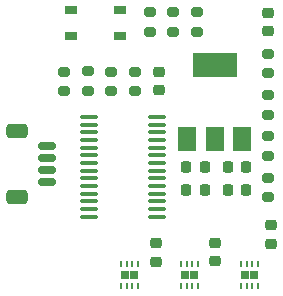
<source format=gbr>
%TF.GenerationSoftware,KiCad,Pcbnew,(6.0.8)*%
%TF.CreationDate,2022-11-21T19:10:26+00:00*%
%TF.ProjectId,m-link-plus,6d2d6c69-6e6b-42d7-906c-75732e6b6963,rev?*%
%TF.SameCoordinates,Original*%
%TF.FileFunction,Paste,Top*%
%TF.FilePolarity,Positive*%
%FSLAX46Y46*%
G04 Gerber Fmt 4.6, Leading zero omitted, Abs format (unit mm)*
G04 Created by KiCad (PCBNEW (6.0.8)) date 2022-11-21 19:10:26*
%MOMM*%
%LPD*%
G01*
G04 APERTURE LIST*
G04 Aperture macros list*
%AMRoundRect*
0 Rectangle with rounded corners*
0 $1 Rounding radius*
0 $2 $3 $4 $5 $6 $7 $8 $9 X,Y pos of 4 corners*
0 Add a 4 corners polygon primitive as box body*
4,1,4,$2,$3,$4,$5,$6,$7,$8,$9,$2,$3,0*
0 Add four circle primitives for the rounded corners*
1,1,$1+$1,$2,$3*
1,1,$1+$1,$4,$5*
1,1,$1+$1,$6,$7*
1,1,$1+$1,$8,$9*
0 Add four rect primitives between the rounded corners*
20,1,$1+$1,$2,$3,$4,$5,0*
20,1,$1+$1,$4,$5,$6,$7,0*
20,1,$1+$1,$6,$7,$8,$9,0*
20,1,$1+$1,$8,$9,$2,$3,0*%
G04 Aperture macros list end*
%ADD10RoundRect,0.225000X0.250000X-0.225000X0.250000X0.225000X-0.250000X0.225000X-0.250000X-0.225000X0*%
%ADD11RoundRect,0.200000X0.275000X-0.200000X0.275000X0.200000X-0.275000X0.200000X-0.275000X-0.200000X0*%
%ADD12R,0.650000X0.750000*%
%ADD13R,0.250000X0.500000*%
%ADD14R,1.500000X2.000000*%
%ADD15R,3.800000X2.000000*%
%ADD16RoundRect,0.218750X-0.256250X0.218750X-0.256250X-0.218750X0.256250X-0.218750X0.256250X0.218750X0*%
%ADD17R,1.050000X0.650000*%
%ADD18RoundRect,0.225000X-0.225000X-0.250000X0.225000X-0.250000X0.225000X0.250000X-0.225000X0.250000X0*%
%ADD19RoundRect,0.225000X-0.250000X0.225000X-0.250000X-0.225000X0.250000X-0.225000X0.250000X0.225000X0*%
%ADD20RoundRect,0.225000X0.225000X0.250000X-0.225000X0.250000X-0.225000X-0.250000X0.225000X-0.250000X0*%
%ADD21RoundRect,0.100000X-0.637500X-0.100000X0.637500X-0.100000X0.637500X0.100000X-0.637500X0.100000X0*%
%ADD22RoundRect,0.200000X-0.275000X0.200000X-0.275000X-0.200000X0.275000X-0.200000X0.275000X0.200000X0*%
%ADD23RoundRect,0.150000X0.625000X-0.150000X0.625000X0.150000X-0.625000X0.150000X-0.625000X-0.150000X0*%
%ADD24RoundRect,0.250000X0.650000X-0.350000X0.650000X0.350000X-0.650000X0.350000X-0.650000X-0.350000X0*%
G04 APERTURE END LIST*
D10*
%TO.C,C10*%
X92250000Y-77775000D03*
X92250000Y-76225000D03*
%TD*%
D11*
%TO.C,R1*%
X101500000Y-83325000D03*
X101500000Y-81675000D03*
%TD*%
D12*
%TO.C,U3*%
X94475000Y-93384000D03*
X95275000Y-93384000D03*
D13*
X94125000Y-94334000D03*
X94625000Y-94334000D03*
X95125000Y-94334000D03*
X95625000Y-94334000D03*
X95625000Y-92434000D03*
X95125000Y-92434000D03*
X94625000Y-92434000D03*
X94125000Y-92434000D03*
%TD*%
D14*
%TO.C,U1*%
X94700000Y-81900000D03*
X97000000Y-81900000D03*
D15*
X97000000Y-75600000D03*
D14*
X99300000Y-81900000D03*
%TD*%
D16*
%TO.C,D1*%
X101500000Y-71212500D03*
X101500000Y-72787500D03*
%TD*%
D17*
%TO.C,SW1*%
X84850000Y-71000000D03*
X89000000Y-71000000D03*
X89000000Y-73150000D03*
X84850000Y-73150000D03*
%TD*%
D11*
%TO.C,R7*%
X88250000Y-77825000D03*
X88250000Y-76175000D03*
%TD*%
D12*
%TO.C,U6*%
X99555000Y-93384000D03*
X100355000Y-93384000D03*
D13*
X99205000Y-94334000D03*
X99705000Y-94334000D03*
X100205000Y-94334000D03*
X100705000Y-94334000D03*
X100705000Y-92434000D03*
X100205000Y-92434000D03*
X99705000Y-92434000D03*
X99205000Y-92434000D03*
%TD*%
D18*
%TO.C,C1*%
X98100000Y-86250000D03*
X99650000Y-86250000D03*
%TD*%
%TO.C,C3*%
X98100000Y-84250000D03*
X99650000Y-84250000D03*
%TD*%
D11*
%TO.C,R9*%
X90250000Y-77825000D03*
X90250000Y-76175000D03*
%TD*%
D19*
%TO.C,C7*%
X101750000Y-89200000D03*
X101750000Y-90750000D03*
%TD*%
D12*
%TO.C,U2*%
X89395000Y-93384000D03*
X90195000Y-93384000D03*
D13*
X89045000Y-94334000D03*
X89545000Y-94334000D03*
X90045000Y-94334000D03*
X90545000Y-94334000D03*
X90545000Y-92434000D03*
X90045000Y-92434000D03*
X89545000Y-92434000D03*
X89045000Y-92434000D03*
%TD*%
D20*
%TO.C,C4*%
X96150000Y-86250000D03*
X94600000Y-86250000D03*
%TD*%
D21*
%TO.C,U5*%
X86387500Y-80025000D03*
X86387500Y-80675000D03*
X86387500Y-81325000D03*
X86387500Y-81975000D03*
X86387500Y-82625000D03*
X86387500Y-83275000D03*
X86387500Y-83925000D03*
X86387500Y-84575000D03*
X86387500Y-85225000D03*
X86387500Y-85875000D03*
X86387500Y-86525000D03*
X86387500Y-87175000D03*
X86387500Y-87825000D03*
X86387500Y-88475000D03*
X92112500Y-88475000D03*
X92112500Y-87825000D03*
X92112500Y-87175000D03*
X92112500Y-86525000D03*
X92112500Y-85875000D03*
X92112500Y-85225000D03*
X92112500Y-84575000D03*
X92112500Y-83925000D03*
X92112500Y-83275000D03*
X92112500Y-82625000D03*
X92112500Y-81975000D03*
X92112500Y-81325000D03*
X92112500Y-80675000D03*
X92112500Y-80025000D03*
%TD*%
D11*
%TO.C,R10*%
X101500000Y-76325000D03*
X101500000Y-74675000D03*
%TD*%
D22*
%TO.C,R4*%
X93500000Y-71175000D03*
X93500000Y-72825000D03*
%TD*%
%TO.C,R8*%
X84250000Y-76175000D03*
X84250000Y-77825000D03*
%TD*%
%TO.C,R3*%
X95500000Y-71175000D03*
X95500000Y-72825000D03*
%TD*%
D19*
%TO.C,C5*%
X97000000Y-90700000D03*
X97000000Y-92250000D03*
%TD*%
D23*
%TO.C,J5*%
X82825000Y-85500000D03*
X82825000Y-84500000D03*
X82825000Y-83500000D03*
X82825000Y-82500000D03*
D24*
X80300000Y-86800000D03*
X80300000Y-81200000D03*
%TD*%
D20*
%TO.C,C2*%
X96150000Y-84250000D03*
X94600000Y-84250000D03*
%TD*%
D19*
%TO.C,C6*%
X92000000Y-90725000D03*
X92000000Y-92275000D03*
%TD*%
D11*
%TO.C,R11*%
X101500000Y-86825000D03*
X101500000Y-85175000D03*
%TD*%
%TO.C,R2*%
X101500000Y-79825000D03*
X101500000Y-78175000D03*
%TD*%
%TO.C,R6*%
X86250000Y-77800000D03*
X86250000Y-76150000D03*
%TD*%
D22*
%TO.C,R5*%
X91500000Y-71175000D03*
X91500000Y-72825000D03*
%TD*%
M02*

</source>
